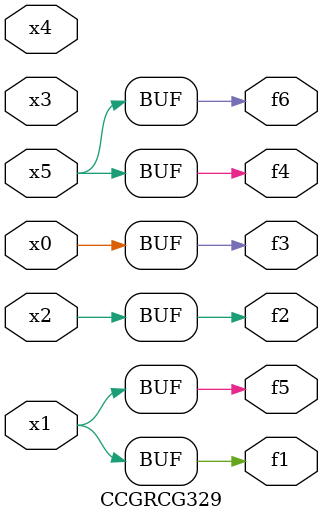
<source format=v>
module CCGRCG329(
	input x0, x1, x2, x3, x4, x5,
	output f1, f2, f3, f4, f5, f6
);
	assign f1 = x1;
	assign f2 = x2;
	assign f3 = x0;
	assign f4 = x5;
	assign f5 = x1;
	assign f6 = x5;
endmodule

</source>
